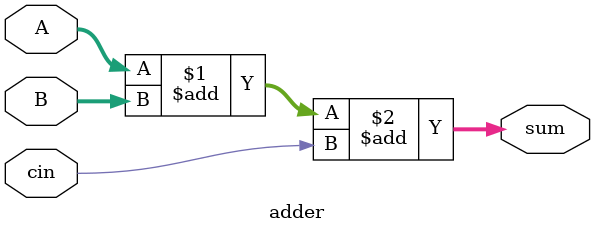
<source format=v>
module adder#(parameter N = 32) (
    input   [N-1:0] A, B,
    input           cin,
    output  [N-1:0] sum
);
    assign sum = A + B + cin;
endmodule

</source>
